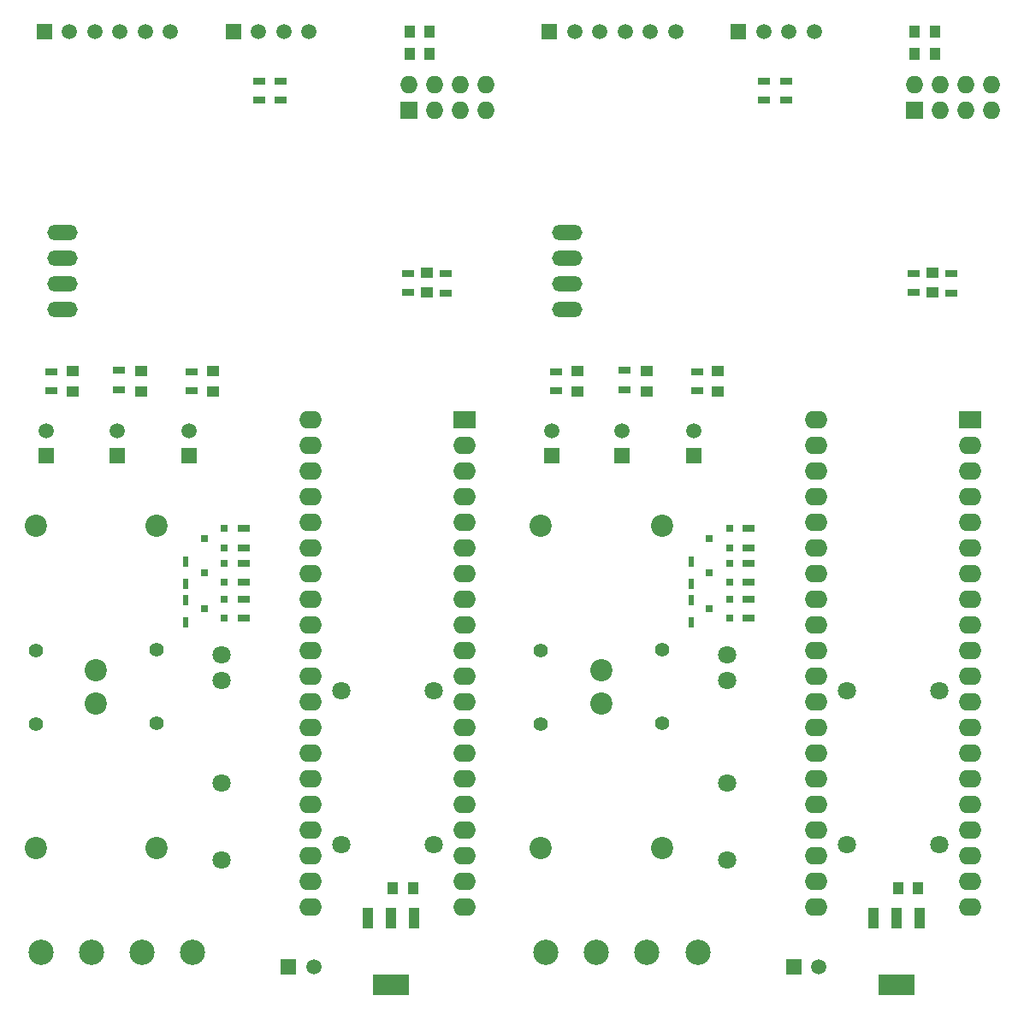
<source format=gts>
G04 #@! TF.FileFunction,Soldermask,Top*
%FSLAX46Y46*%
G04 Gerber Fmt 4.6, Leading zero omitted, Abs format (unit mm)*
G04 Created by KiCad (PCBNEW 4.0.2-stable) date 12/2/2017 12:12:34 PM*
%MOMM*%
G01*
G04 APERTURE LIST*
%ADD10C,0.100000*%
%ADD11R,2.250000X1.727200*%
%ADD12O,2.250000X1.727200*%
%ADD13O,3.000000X1.500000*%
%ADD14R,0.800100X0.800100*%
%ADD15R,0.599440X1.000760*%
%ADD16C,2.200000*%
%ADD17C,1.400000*%
%ADD18R,1.300000X0.700000*%
%ADD19R,1.727200X1.727200*%
%ADD20O,1.727200X1.727200*%
%ADD21R,1.000000X1.250000*%
%ADD22R,1.250000X1.000000*%
%ADD23R,3.657600X2.032000*%
%ADD24R,1.016000X2.032000*%
%ADD25C,2.500000*%
%ADD26C,1.800000*%
%ADD27R,1.500000X1.500000*%
%ADD28C,1.500000*%
G04 APERTURE END LIST*
D10*
D11*
X169900000Y-82649200D03*
D12*
X169900000Y-85189200D03*
X169900000Y-87729200D03*
X169900000Y-90269200D03*
X169900000Y-92809200D03*
X169900000Y-95349200D03*
X169900000Y-97889200D03*
X169900000Y-100429200D03*
X169900000Y-102969200D03*
X169900000Y-105509200D03*
X169900000Y-108049200D03*
X169900000Y-110589200D03*
X169900000Y-113129200D03*
X169900000Y-115669200D03*
X169900000Y-118209200D03*
X169900000Y-120749200D03*
X169900000Y-123289200D03*
X169900000Y-125829200D03*
X169900000Y-128369200D03*
X169900000Y-130909200D03*
X154660000Y-130909200D03*
X154660000Y-128369200D03*
X154660000Y-125829200D03*
X154660000Y-123289200D03*
X154660000Y-120749200D03*
X154660000Y-118209200D03*
X154660000Y-115669200D03*
X154660000Y-113129200D03*
X154660000Y-110589200D03*
X154660000Y-108049200D03*
X154660000Y-105509200D03*
X154660000Y-102969200D03*
X154660000Y-100429200D03*
X154660000Y-97889200D03*
X154660000Y-95349200D03*
X154660000Y-92809200D03*
X154660000Y-90269200D03*
X154660000Y-87729200D03*
X154660000Y-85189200D03*
X154660000Y-82598400D03*
D13*
X130100000Y-71700000D03*
X130100000Y-69160000D03*
X130100000Y-66620000D03*
X130100000Y-64080000D03*
D14*
X146123760Y-102296000D03*
X146123760Y-100396000D03*
X144124780Y-101346000D03*
D15*
X142329000Y-96690180D03*
X142329000Y-98889820D03*
D16*
X139439000Y-93114000D03*
X127439000Y-93114000D03*
D17*
X127439000Y-105514000D03*
X139439000Y-105414000D03*
D16*
X133439000Y-107414000D03*
D15*
X142329000Y-100500180D03*
X142329000Y-102699820D03*
D14*
X146123760Y-95311000D03*
X146123760Y-93411000D03*
X144124780Y-94361000D03*
D18*
X148044000Y-102296000D03*
X148044000Y-100396000D03*
X148044000Y-95311000D03*
X148044000Y-93411000D03*
D14*
X146123760Y-98740000D03*
X146123760Y-96840000D03*
X144124780Y-97790000D03*
D18*
X148044000Y-98740000D03*
X148044000Y-96840000D03*
X164325400Y-68122800D03*
X164325400Y-70022800D03*
D19*
X164396000Y-52011000D03*
D20*
X164396000Y-49471000D03*
X166936000Y-52011000D03*
X166936000Y-49471000D03*
X169476000Y-52011000D03*
X169476000Y-49471000D03*
X172016000Y-52011000D03*
X172016000Y-49471000D03*
D21*
X164443000Y-44196000D03*
X166443000Y-44196000D03*
D18*
X168033800Y-68178600D03*
X168033800Y-70078600D03*
D22*
X166205000Y-70027800D03*
X166205000Y-68027800D03*
D23*
X162649000Y-138557000D03*
D24*
X162649000Y-131953000D03*
X160363000Y-131953000D03*
X164935000Y-131953000D03*
D25*
X127971000Y-135382000D03*
X132971000Y-135382000D03*
X142971000Y-135382000D03*
X137971000Y-135382000D03*
D21*
X162792000Y-129032000D03*
X164792000Y-129032000D03*
D16*
X127439000Y-125072000D03*
X139439000Y-125072000D03*
D17*
X139439000Y-112672000D03*
X127439000Y-112772000D03*
D16*
X133439000Y-110772000D03*
D26*
X145885000Y-105918000D03*
X145885000Y-108458000D03*
X145885000Y-126238000D03*
X145885000Y-118618000D03*
D27*
X152489000Y-136779000D03*
D28*
X154989000Y-136779000D03*
D26*
X166890800Y-124739400D03*
X157746800Y-124739400D03*
X157746800Y-109499400D03*
X166890800Y-109499400D03*
D18*
X129000000Y-79750000D03*
X129000000Y-77850000D03*
D27*
X128500000Y-86200000D03*
D28*
X128500000Y-83700000D03*
D22*
X131100000Y-79800000D03*
X131100000Y-77800000D03*
D18*
X135700000Y-79650000D03*
X135700000Y-77750000D03*
X142900000Y-79750000D03*
X142900000Y-77850000D03*
D27*
X142600000Y-86200000D03*
D28*
X142600000Y-83700000D03*
D22*
X145000000Y-79800000D03*
X145000000Y-77800000D03*
X137900000Y-79800000D03*
X137900000Y-77800000D03*
D27*
X135500000Y-86200000D03*
D28*
X135500000Y-83700000D03*
D18*
X151727000Y-50988000D03*
X151727000Y-49088000D03*
D27*
X128312000Y-44196000D03*
D28*
X130812000Y-44196000D03*
X133312000Y-44196000D03*
X135812000Y-44196000D03*
X138312000Y-44196000D03*
X140812000Y-44196000D03*
D21*
X164443000Y-46355000D03*
X166443000Y-46355000D03*
D18*
X149568000Y-50988000D03*
X149568000Y-49088000D03*
D27*
X147000000Y-44200000D03*
D28*
X149500000Y-44200000D03*
X152000000Y-44200000D03*
X154500000Y-44200000D03*
D21*
X114443000Y-44196000D03*
X116443000Y-44196000D03*
X114443000Y-46355000D03*
X116443000Y-46355000D03*
D22*
X81100000Y-79800000D03*
X81100000Y-77800000D03*
X87900000Y-79800000D03*
X87900000Y-77800000D03*
X95000000Y-79800000D03*
X95000000Y-77800000D03*
D16*
X77439000Y-125072000D03*
X89439000Y-125072000D03*
D17*
X89439000Y-112672000D03*
X77439000Y-112772000D03*
D16*
X83439000Y-110772000D03*
X89439000Y-93114000D03*
X77439000Y-93114000D03*
D17*
X77439000Y-105514000D03*
X89439000Y-105414000D03*
D16*
X83439000Y-107414000D03*
D27*
X102489000Y-136779000D03*
D28*
X104989000Y-136779000D03*
D27*
X97000000Y-44200000D03*
D28*
X99500000Y-44200000D03*
X102000000Y-44200000D03*
X104500000Y-44200000D03*
D25*
X77971000Y-135382000D03*
X82971000Y-135382000D03*
X92971000Y-135382000D03*
X87971000Y-135382000D03*
D27*
X78312000Y-44196000D03*
D28*
X80812000Y-44196000D03*
X83312000Y-44196000D03*
X85812000Y-44196000D03*
X88312000Y-44196000D03*
X90812000Y-44196000D03*
D27*
X78500000Y-86200000D03*
D28*
X78500000Y-83700000D03*
D27*
X85500000Y-86200000D03*
D28*
X85500000Y-83700000D03*
D27*
X92600000Y-86200000D03*
D28*
X92600000Y-83700000D03*
D14*
X96123760Y-102296000D03*
X96123760Y-100396000D03*
X94124780Y-101346000D03*
X96123760Y-98740000D03*
X96123760Y-96840000D03*
X94124780Y-97790000D03*
X96123760Y-95311000D03*
X96123760Y-93411000D03*
X94124780Y-94361000D03*
D18*
X99568000Y-50988000D03*
X99568000Y-49088000D03*
X101727000Y-50988000D03*
X101727000Y-49088000D03*
X79000000Y-79750000D03*
X79000000Y-77850000D03*
X85700000Y-79650000D03*
X85700000Y-77750000D03*
X92900000Y-79750000D03*
X92900000Y-77850000D03*
X98044000Y-102296000D03*
X98044000Y-100396000D03*
X98044000Y-98740000D03*
X98044000Y-96840000D03*
X98044000Y-95311000D03*
X98044000Y-93411000D03*
D26*
X95885000Y-105918000D03*
X95885000Y-108458000D03*
X95885000Y-126238000D03*
X95885000Y-118618000D03*
X116890800Y-124739400D03*
X107746800Y-124739400D03*
X107746800Y-109499400D03*
X116890800Y-109499400D03*
D19*
X114396000Y-52011000D03*
D20*
X114396000Y-49471000D03*
X116936000Y-52011000D03*
X116936000Y-49471000D03*
X119476000Y-52011000D03*
X119476000Y-49471000D03*
X122016000Y-52011000D03*
X122016000Y-49471000D03*
D21*
X112792000Y-129032000D03*
X114792000Y-129032000D03*
D23*
X112649000Y-138557000D03*
D24*
X112649000Y-131953000D03*
X110363000Y-131953000D03*
X114935000Y-131953000D03*
D15*
X92329000Y-96690180D03*
X92329000Y-98889820D03*
X92329000Y-100500180D03*
X92329000Y-102699820D03*
D22*
X116205000Y-70027800D03*
X116205000Y-68027800D03*
D18*
X118033800Y-68178600D03*
X118033800Y-70078600D03*
X114325400Y-68122800D03*
X114325400Y-70022800D03*
D13*
X80100000Y-71700000D03*
X80100000Y-69160000D03*
X80100000Y-66620000D03*
X80100000Y-64080000D03*
D11*
X119900000Y-82649200D03*
D12*
X119900000Y-85189200D03*
X119900000Y-87729200D03*
X119900000Y-90269200D03*
X119900000Y-92809200D03*
X119900000Y-95349200D03*
X119900000Y-97889200D03*
X119900000Y-100429200D03*
X119900000Y-102969200D03*
X119900000Y-105509200D03*
X119900000Y-108049200D03*
X119900000Y-110589200D03*
X119900000Y-113129200D03*
X119900000Y-115669200D03*
X119900000Y-118209200D03*
X119900000Y-120749200D03*
X119900000Y-123289200D03*
X119900000Y-125829200D03*
X119900000Y-128369200D03*
X119900000Y-130909200D03*
X104660000Y-130909200D03*
X104660000Y-128369200D03*
X104660000Y-125829200D03*
X104660000Y-123289200D03*
X104660000Y-120749200D03*
X104660000Y-118209200D03*
X104660000Y-115669200D03*
X104660000Y-113129200D03*
X104660000Y-110589200D03*
X104660000Y-108049200D03*
X104660000Y-105509200D03*
X104660000Y-102969200D03*
X104660000Y-100429200D03*
X104660000Y-97889200D03*
X104660000Y-95349200D03*
X104660000Y-92809200D03*
X104660000Y-90269200D03*
X104660000Y-87729200D03*
X104660000Y-85189200D03*
X104660000Y-82598400D03*
M02*

</source>
